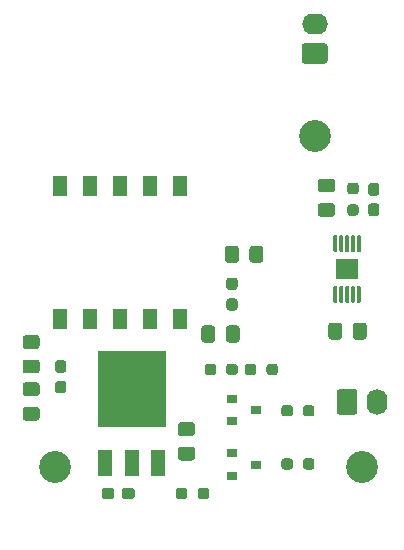
<source format=gbr>
%TF.GenerationSoftware,KiCad,Pcbnew,5.1.10-8.fc35*%
%TF.CreationDate,2021-11-18T10:19:23+00:00*%
%TF.ProjectId,cryosub_power_converter_top_v02,6372796f-7375-4625-9f70-6f7765725f63,rev?*%
%TF.SameCoordinates,Original*%
%TF.FileFunction,Soldermask,Top*%
%TF.FilePolarity,Negative*%
%FSLAX45Y45*%
G04 Gerber Fmt 4.5, Leading zero omitted, Abs format (unit mm)*
G04 Created by KiCad (PCBNEW 5.1.10-8.fc35) date 2021-11-18 10:19:23*
%MOMM*%
%LPD*%
G01*
G04 APERTURE LIST*
%ADD10O,1.740000X2.190000*%
%ADD11R,1.200000X1.800000*%
%ADD12O,2.190000X1.740000*%
%ADD13C,2.700000*%
%ADD14R,0.900000X0.800000*%
%ADD15R,1.200000X2.200000*%
%ADD16R,5.800000X6.400000*%
%ADD17R,1.880000X1.680000*%
G04 APERTURE END LIST*
D10*
%TO.C,J1*%
X13129000Y-13550000D03*
G36*
G01*
X12788000Y-13634500D02*
X12788000Y-13465500D01*
G75*
G02*
X12813000Y-13440500I25000J0D01*
G01*
X12937000Y-13440500D01*
G75*
G02*
X12962000Y-13465500I0J-25000D01*
G01*
X12962000Y-13634500D01*
G75*
G02*
X12937000Y-13659500I-25000J0D01*
G01*
X12813000Y-13659500D01*
G75*
G02*
X12788000Y-13634500I0J25000D01*
G01*
G37*
%TD*%
%TO.C,L2*%
G36*
G01*
X11876250Y-12672500D02*
X11923750Y-12672500D01*
G75*
G02*
X11947500Y-12696250I0J-23750D01*
G01*
X11947500Y-12753750D01*
G75*
G02*
X11923750Y-12777500I-23750J0D01*
G01*
X11876250Y-12777500D01*
G75*
G02*
X11852500Y-12753750I0J23750D01*
G01*
X11852500Y-12696250D01*
G75*
G02*
X11876250Y-12672500I23750J0D01*
G01*
G37*
G36*
G01*
X11876250Y-12497500D02*
X11923750Y-12497500D01*
G75*
G02*
X11947500Y-12521250I0J-23750D01*
G01*
X11947500Y-12578750D01*
G75*
G02*
X11923750Y-12602500I-23750J0D01*
G01*
X11876250Y-12602500D01*
G75*
G02*
X11852500Y-12578750I0J23750D01*
G01*
X11852500Y-12521250D01*
G75*
G02*
X11876250Y-12497500I23750J0D01*
G01*
G37*
%TD*%
%TO.C,L1*%
G36*
G01*
X10426250Y-13372500D02*
X10473750Y-13372500D01*
G75*
G02*
X10497500Y-13396250I0J-23750D01*
G01*
X10497500Y-13453750D01*
G75*
G02*
X10473750Y-13477500I-23750J0D01*
G01*
X10426250Y-13477500D01*
G75*
G02*
X10402500Y-13453750I0J23750D01*
G01*
X10402500Y-13396250D01*
G75*
G02*
X10426250Y-13372500I23750J0D01*
G01*
G37*
G36*
G01*
X10426250Y-13197500D02*
X10473750Y-13197500D01*
G75*
G02*
X10497500Y-13221250I0J-23750D01*
G01*
X10497500Y-13278750D01*
G75*
G02*
X10473750Y-13302500I-23750J0D01*
G01*
X10426250Y-13302500D01*
G75*
G02*
X10402500Y-13278750I0J23750D01*
G01*
X10402500Y-13221250D01*
G75*
G02*
X10426250Y-13197500I23750J0D01*
G01*
G37*
%TD*%
%TO.C,C9*%
G36*
G01*
X12048750Y-12347500D02*
X12048750Y-12252500D01*
G75*
G02*
X12073750Y-12227500I25000J0D01*
G01*
X12141250Y-12227500D01*
G75*
G02*
X12166250Y-12252500I0J-25000D01*
G01*
X12166250Y-12347500D01*
G75*
G02*
X12141250Y-12372500I-25000J0D01*
G01*
X12073750Y-12372500D01*
G75*
G02*
X12048750Y-12347500I0J25000D01*
G01*
G37*
G36*
G01*
X11841250Y-12347500D02*
X11841250Y-12252500D01*
G75*
G02*
X11866250Y-12227500I25000J0D01*
G01*
X11933750Y-12227500D01*
G75*
G02*
X11958750Y-12252500I0J-25000D01*
G01*
X11958750Y-12347500D01*
G75*
G02*
X11933750Y-12372500I-25000J0D01*
G01*
X11866250Y-12372500D01*
G75*
G02*
X11841250Y-12347500I0J25000D01*
G01*
G37*
%TD*%
%TO.C,C8*%
G36*
G01*
X11848750Y-13022500D02*
X11848750Y-12927500D01*
G75*
G02*
X11873750Y-12902500I25000J0D01*
G01*
X11941250Y-12902500D01*
G75*
G02*
X11966250Y-12927500I0J-25000D01*
G01*
X11966250Y-13022500D01*
G75*
G02*
X11941250Y-13047500I-25000J0D01*
G01*
X11873750Y-13047500D01*
G75*
G02*
X11848750Y-13022500I0J25000D01*
G01*
G37*
G36*
G01*
X11641250Y-13022500D02*
X11641250Y-12927500D01*
G75*
G02*
X11666250Y-12902500I25000J0D01*
G01*
X11733750Y-12902500D01*
G75*
G02*
X11758750Y-12927500I0J-25000D01*
G01*
X11758750Y-13022500D01*
G75*
G02*
X11733750Y-13047500I-25000J0D01*
G01*
X11666250Y-13047500D01*
G75*
G02*
X11641250Y-13022500I0J25000D01*
G01*
G37*
%TD*%
%TO.C,C7*%
G36*
G01*
X10247500Y-13101250D02*
X10152500Y-13101250D01*
G75*
G02*
X10127500Y-13076250I0J25000D01*
G01*
X10127500Y-13008750D01*
G75*
G02*
X10152500Y-12983750I25000J0D01*
G01*
X10247500Y-12983750D01*
G75*
G02*
X10272500Y-13008750I0J-25000D01*
G01*
X10272500Y-13076250D01*
G75*
G02*
X10247500Y-13101250I-25000J0D01*
G01*
G37*
G36*
G01*
X10247500Y-13308750D02*
X10152500Y-13308750D01*
G75*
G02*
X10127500Y-13283750I0J25000D01*
G01*
X10127500Y-13216250D01*
G75*
G02*
X10152500Y-13191250I25000J0D01*
G01*
X10247500Y-13191250D01*
G75*
G02*
X10272500Y-13216250I0J-25000D01*
G01*
X10272500Y-13283750D01*
G75*
G02*
X10247500Y-13308750I-25000J0D01*
G01*
G37*
%TD*%
D11*
%TO.C,PS1*%
X10442000Y-11725000D03*
X10696000Y-11725000D03*
X10950000Y-11725000D03*
X11204000Y-11725000D03*
X11458000Y-11725000D03*
X11458000Y-12845000D03*
X11204000Y-12845000D03*
X10696000Y-12845000D03*
X10442000Y-12845000D03*
X10950000Y-12845000D03*
%TD*%
%TO.C,C6*%
G36*
G01*
X12923750Y-12997500D02*
X12923750Y-12902500D01*
G75*
G02*
X12948750Y-12877500I25000J0D01*
G01*
X13016250Y-12877500D01*
G75*
G02*
X13041250Y-12902500I0J-25000D01*
G01*
X13041250Y-12997500D01*
G75*
G02*
X13016250Y-13022500I-25000J0D01*
G01*
X12948750Y-13022500D01*
G75*
G02*
X12923750Y-12997500I0J25000D01*
G01*
G37*
G36*
G01*
X12716250Y-12997500D02*
X12716250Y-12902500D01*
G75*
G02*
X12741250Y-12877500I25000J0D01*
G01*
X12808750Y-12877500D01*
G75*
G02*
X12833750Y-12902500I0J-25000D01*
G01*
X12833750Y-12997500D01*
G75*
G02*
X12808750Y-13022500I-25000J0D01*
G01*
X12741250Y-13022500D01*
G75*
G02*
X12716250Y-12997500I0J25000D01*
G01*
G37*
%TD*%
%TO.C,R10*%
G36*
G01*
X12948750Y-11791250D02*
X12901250Y-11791250D01*
G75*
G02*
X12877500Y-11767500I0J23750D01*
G01*
X12877500Y-11717500D01*
G75*
G02*
X12901250Y-11693750I23750J0D01*
G01*
X12948750Y-11693750D01*
G75*
G02*
X12972500Y-11717500I0J-23750D01*
G01*
X12972500Y-11767500D01*
G75*
G02*
X12948750Y-11791250I-23750J0D01*
G01*
G37*
G36*
G01*
X12948750Y-11973750D02*
X12901250Y-11973750D01*
G75*
G02*
X12877500Y-11950000I0J23750D01*
G01*
X12877500Y-11900000D01*
G75*
G02*
X12901250Y-11876250I23750J0D01*
G01*
X12948750Y-11876250D01*
G75*
G02*
X12972500Y-11900000I0J-23750D01*
G01*
X12972500Y-11950000D01*
G75*
G02*
X12948750Y-11973750I-23750J0D01*
G01*
G37*
%TD*%
%TO.C,C5*%
G36*
G01*
X12747500Y-11776250D02*
X12652500Y-11776250D01*
G75*
G02*
X12627500Y-11751250I0J25000D01*
G01*
X12627500Y-11683750D01*
G75*
G02*
X12652500Y-11658750I25000J0D01*
G01*
X12747500Y-11658750D01*
G75*
G02*
X12772500Y-11683750I0J-25000D01*
G01*
X12772500Y-11751250D01*
G75*
G02*
X12747500Y-11776250I-25000J0D01*
G01*
G37*
G36*
G01*
X12747500Y-11983750D02*
X12652500Y-11983750D01*
G75*
G02*
X12627500Y-11958750I0J25000D01*
G01*
X12627500Y-11891250D01*
G75*
G02*
X12652500Y-11866250I25000J0D01*
G01*
X12747500Y-11866250D01*
G75*
G02*
X12772500Y-11891250I0J-25000D01*
G01*
X12772500Y-11958750D01*
G75*
G02*
X12747500Y-11983750I-25000J0D01*
G01*
G37*
%TD*%
%TO.C,C4*%
G36*
G01*
X13123750Y-11803750D02*
X13076250Y-11803750D01*
G75*
G02*
X13052500Y-11780000I0J23750D01*
G01*
X13052500Y-11720000D01*
G75*
G02*
X13076250Y-11696250I23750J0D01*
G01*
X13123750Y-11696250D01*
G75*
G02*
X13147500Y-11720000I0J-23750D01*
G01*
X13147500Y-11780000D01*
G75*
G02*
X13123750Y-11803750I-23750J0D01*
G01*
G37*
G36*
G01*
X13123750Y-11976250D02*
X13076250Y-11976250D01*
G75*
G02*
X13052500Y-11952500I0J23750D01*
G01*
X13052500Y-11892500D01*
G75*
G02*
X13076250Y-11868750I23750J0D01*
G01*
X13123750Y-11868750D01*
G75*
G02*
X13147500Y-11892500I0J-23750D01*
G01*
X13147500Y-11952500D01*
G75*
G02*
X13123750Y-11976250I-23750J0D01*
G01*
G37*
%TD*%
D12*
%TO.C,J3*%
X12600000Y-10346000D03*
G36*
G01*
X12684500Y-10687000D02*
X12515500Y-10687000D01*
G75*
G02*
X12490500Y-10662000I0J25000D01*
G01*
X12490500Y-10538000D01*
G75*
G02*
X12515500Y-10513000I25000J0D01*
G01*
X12684500Y-10513000D01*
G75*
G02*
X12709500Y-10538000I0J-25000D01*
G01*
X12709500Y-10662000D01*
G75*
G02*
X12684500Y-10687000I-25000J0D01*
G01*
G37*
%TD*%
%TO.C,C1*%
G36*
G01*
X11562500Y-13838750D02*
X11467500Y-13838750D01*
G75*
G02*
X11442500Y-13813750I0J25000D01*
G01*
X11442500Y-13746250D01*
G75*
G02*
X11467500Y-13721250I25000J0D01*
G01*
X11562500Y-13721250D01*
G75*
G02*
X11587500Y-13746250I0J-25000D01*
G01*
X11587500Y-13813750D01*
G75*
G02*
X11562500Y-13838750I-25000J0D01*
G01*
G37*
G36*
G01*
X11562500Y-14046250D02*
X11467500Y-14046250D01*
G75*
G02*
X11442500Y-14021250I0J25000D01*
G01*
X11442500Y-13953750D01*
G75*
G02*
X11467500Y-13928750I25000J0D01*
G01*
X11562500Y-13928750D01*
G75*
G02*
X11587500Y-13953750I0J-25000D01*
G01*
X11587500Y-14021250D01*
G75*
G02*
X11562500Y-14046250I-25000J0D01*
G01*
G37*
%TD*%
%TO.C,C2*%
G36*
G01*
X11076250Y-14301250D02*
X11076250Y-14348750D01*
G75*
G02*
X11052500Y-14372500I-23750J0D01*
G01*
X10992500Y-14372500D01*
G75*
G02*
X10968750Y-14348750I0J23750D01*
G01*
X10968750Y-14301250D01*
G75*
G02*
X10992500Y-14277500I23750J0D01*
G01*
X11052500Y-14277500D01*
G75*
G02*
X11076250Y-14301250I0J-23750D01*
G01*
G37*
G36*
G01*
X10903750Y-14301250D02*
X10903750Y-14348750D01*
G75*
G02*
X10880000Y-14372500I-23750J0D01*
G01*
X10820000Y-14372500D01*
G75*
G02*
X10796250Y-14348750I0J23750D01*
G01*
X10796250Y-14301250D01*
G75*
G02*
X10820000Y-14277500I23750J0D01*
G01*
X10880000Y-14277500D01*
G75*
G02*
X10903750Y-14301250I0J-23750D01*
G01*
G37*
%TD*%
%TO.C,C3*%
G36*
G01*
X10152500Y-13383750D02*
X10247500Y-13383750D01*
G75*
G02*
X10272500Y-13408750I0J-25000D01*
G01*
X10272500Y-13476250D01*
G75*
G02*
X10247500Y-13501250I-25000J0D01*
G01*
X10152500Y-13501250D01*
G75*
G02*
X10127500Y-13476250I0J25000D01*
G01*
X10127500Y-13408750D01*
G75*
G02*
X10152500Y-13383750I25000J0D01*
G01*
G37*
G36*
G01*
X10152500Y-13591250D02*
X10247500Y-13591250D01*
G75*
G02*
X10272500Y-13616250I0J-25000D01*
G01*
X10272500Y-13683750D01*
G75*
G02*
X10247500Y-13708750I-25000J0D01*
G01*
X10152500Y-13708750D01*
G75*
G02*
X10127500Y-13683750I0J25000D01*
G01*
X10127500Y-13616250D01*
G75*
G02*
X10152500Y-13591250I25000J0D01*
G01*
G37*
%TD*%
D13*
%TO.C,H1*%
X10400000Y-14100000D03*
%TD*%
%TO.C,H2*%
X12600000Y-11300000D03*
%TD*%
%TO.C,H3*%
X13000000Y-14100000D03*
%TD*%
D14*
%TO.C,Q1*%
X12100000Y-13620000D03*
X11900000Y-13715000D03*
X11900000Y-13525000D03*
%TD*%
%TO.C,Q2*%
X11900000Y-13985000D03*
X11900000Y-14175000D03*
X12100000Y-14080000D03*
%TD*%
D15*
%TO.C,Q3*%
X10822000Y-14070000D03*
X11050000Y-14070000D03*
X11278000Y-14070000D03*
D16*
X11050000Y-13440000D03*
%TD*%
%TO.C,R1*%
G36*
G01*
X11668750Y-13298750D02*
X11668750Y-13251250D01*
G75*
G02*
X11692500Y-13227500I23750J0D01*
G01*
X11742500Y-13227500D01*
G75*
G02*
X11766250Y-13251250I0J-23750D01*
G01*
X11766250Y-13298750D01*
G75*
G02*
X11742500Y-13322500I-23750J0D01*
G01*
X11692500Y-13322500D01*
G75*
G02*
X11668750Y-13298750I0J23750D01*
G01*
G37*
G36*
G01*
X11851250Y-13298750D02*
X11851250Y-13251250D01*
G75*
G02*
X11875000Y-13227500I23750J0D01*
G01*
X11925000Y-13227500D01*
G75*
G02*
X11948750Y-13251250I0J-23750D01*
G01*
X11948750Y-13298750D01*
G75*
G02*
X11925000Y-13322500I-23750J0D01*
G01*
X11875000Y-13322500D01*
G75*
G02*
X11851250Y-13298750I0J23750D01*
G01*
G37*
%TD*%
%TO.C,R2*%
G36*
G01*
X12192500Y-13298750D02*
X12192500Y-13251250D01*
G75*
G02*
X12216250Y-13227500I23750J0D01*
G01*
X12266250Y-13227500D01*
G75*
G02*
X12290000Y-13251250I0J-23750D01*
G01*
X12290000Y-13298750D01*
G75*
G02*
X12266250Y-13322500I-23750J0D01*
G01*
X12216250Y-13322500D01*
G75*
G02*
X12192500Y-13298750I0J23750D01*
G01*
G37*
G36*
G01*
X12010000Y-13298750D02*
X12010000Y-13251250D01*
G75*
G02*
X12033750Y-13227500I23750J0D01*
G01*
X12083750Y-13227500D01*
G75*
G02*
X12107500Y-13251250I0J-23750D01*
G01*
X12107500Y-13298750D01*
G75*
G02*
X12083750Y-13322500I-23750J0D01*
G01*
X12033750Y-13322500D01*
G75*
G02*
X12010000Y-13298750I0J23750D01*
G01*
G37*
%TD*%
%TO.C,R3*%
G36*
G01*
X12598750Y-13601250D02*
X12598750Y-13648750D01*
G75*
G02*
X12575000Y-13672500I-23750J0D01*
G01*
X12525000Y-13672500D01*
G75*
G02*
X12501250Y-13648750I0J23750D01*
G01*
X12501250Y-13601250D01*
G75*
G02*
X12525000Y-13577500I23750J0D01*
G01*
X12575000Y-13577500D01*
G75*
G02*
X12598750Y-13601250I0J-23750D01*
G01*
G37*
G36*
G01*
X12416250Y-13601250D02*
X12416250Y-13648750D01*
G75*
G02*
X12392500Y-13672500I-23750J0D01*
G01*
X12342500Y-13672500D01*
G75*
G02*
X12318750Y-13648750I0J23750D01*
G01*
X12318750Y-13601250D01*
G75*
G02*
X12342500Y-13577500I23750J0D01*
G01*
X12392500Y-13577500D01*
G75*
G02*
X12416250Y-13601250I0J-23750D01*
G01*
G37*
%TD*%
%TO.C,R7*%
G36*
G01*
X12598750Y-14051250D02*
X12598750Y-14098750D01*
G75*
G02*
X12575000Y-14122500I-23750J0D01*
G01*
X12525000Y-14122500D01*
G75*
G02*
X12501250Y-14098750I0J23750D01*
G01*
X12501250Y-14051250D01*
G75*
G02*
X12525000Y-14027500I23750J0D01*
G01*
X12575000Y-14027500D01*
G75*
G02*
X12598750Y-14051250I0J-23750D01*
G01*
G37*
G36*
G01*
X12416250Y-14051250D02*
X12416250Y-14098750D01*
G75*
G02*
X12392500Y-14122500I-23750J0D01*
G01*
X12342500Y-14122500D01*
G75*
G02*
X12318750Y-14098750I0J23750D01*
G01*
X12318750Y-14051250D01*
G75*
G02*
X12342500Y-14027500I23750J0D01*
G01*
X12392500Y-14027500D01*
G75*
G02*
X12416250Y-14051250I0J-23750D01*
G01*
G37*
%TD*%
%TO.C,R9*%
G36*
G01*
X11426250Y-14348750D02*
X11426250Y-14301250D01*
G75*
G02*
X11450000Y-14277500I23750J0D01*
G01*
X11500000Y-14277500D01*
G75*
G02*
X11523750Y-14301250I0J-23750D01*
G01*
X11523750Y-14348750D01*
G75*
G02*
X11500000Y-14372500I-23750J0D01*
G01*
X11450000Y-14372500D01*
G75*
G02*
X11426250Y-14348750I0J23750D01*
G01*
G37*
G36*
G01*
X11608750Y-14348750D02*
X11608750Y-14301250D01*
G75*
G02*
X11632500Y-14277500I23750J0D01*
G01*
X11682500Y-14277500D01*
G75*
G02*
X11706250Y-14301250I0J-23750D01*
G01*
X11706250Y-14348750D01*
G75*
G02*
X11682500Y-14372500I-23750J0D01*
G01*
X11632500Y-14372500D01*
G75*
G02*
X11608750Y-14348750I0J23750D01*
G01*
G37*
%TD*%
%TO.C,U1*%
G36*
G01*
X12782500Y-12712500D02*
X12767500Y-12712500D01*
G75*
G02*
X12760000Y-12705000I0J7500D01*
G01*
X12760000Y-12575000D01*
G75*
G02*
X12767500Y-12567500I7500J0D01*
G01*
X12782500Y-12567500D01*
G75*
G02*
X12790000Y-12575000I0J-7500D01*
G01*
X12790000Y-12705000D01*
G75*
G02*
X12782500Y-12712500I-7500J0D01*
G01*
G37*
G36*
G01*
X12832500Y-12712500D02*
X12817500Y-12712500D01*
G75*
G02*
X12810000Y-12705000I0J7500D01*
G01*
X12810000Y-12575000D01*
G75*
G02*
X12817500Y-12567500I7500J0D01*
G01*
X12832500Y-12567500D01*
G75*
G02*
X12840000Y-12575000I0J-7500D01*
G01*
X12840000Y-12705000D01*
G75*
G02*
X12832500Y-12712500I-7500J0D01*
G01*
G37*
G36*
G01*
X12882500Y-12712500D02*
X12867500Y-12712500D01*
G75*
G02*
X12860000Y-12705000I0J7500D01*
G01*
X12860000Y-12575000D01*
G75*
G02*
X12867500Y-12567500I7500J0D01*
G01*
X12882500Y-12567500D01*
G75*
G02*
X12890000Y-12575000I0J-7500D01*
G01*
X12890000Y-12705000D01*
G75*
G02*
X12882500Y-12712500I-7500J0D01*
G01*
G37*
G36*
G01*
X12932500Y-12712500D02*
X12917500Y-12712500D01*
G75*
G02*
X12910000Y-12705000I0J7500D01*
G01*
X12910000Y-12575000D01*
G75*
G02*
X12917500Y-12567500I7500J0D01*
G01*
X12932500Y-12567500D01*
G75*
G02*
X12940000Y-12575000I0J-7500D01*
G01*
X12940000Y-12705000D01*
G75*
G02*
X12932500Y-12712500I-7500J0D01*
G01*
G37*
G36*
G01*
X12982500Y-12712500D02*
X12967500Y-12712500D01*
G75*
G02*
X12960000Y-12705000I0J7500D01*
G01*
X12960000Y-12575000D01*
G75*
G02*
X12967500Y-12567500I7500J0D01*
G01*
X12982500Y-12567500D01*
G75*
G02*
X12990000Y-12575000I0J-7500D01*
G01*
X12990000Y-12705000D01*
G75*
G02*
X12982500Y-12712500I-7500J0D01*
G01*
G37*
G36*
G01*
X12982500Y-12282500D02*
X12967500Y-12282500D01*
G75*
G02*
X12960000Y-12275000I0J7500D01*
G01*
X12960000Y-12145000D01*
G75*
G02*
X12967500Y-12137500I7500J0D01*
G01*
X12982500Y-12137500D01*
G75*
G02*
X12990000Y-12145000I0J-7500D01*
G01*
X12990000Y-12275000D01*
G75*
G02*
X12982500Y-12282500I-7500J0D01*
G01*
G37*
G36*
G01*
X12932500Y-12282500D02*
X12917500Y-12282500D01*
G75*
G02*
X12910000Y-12275000I0J7500D01*
G01*
X12910000Y-12145000D01*
G75*
G02*
X12917500Y-12137500I7500J0D01*
G01*
X12932500Y-12137500D01*
G75*
G02*
X12940000Y-12145000I0J-7500D01*
G01*
X12940000Y-12275000D01*
G75*
G02*
X12932500Y-12282500I-7500J0D01*
G01*
G37*
G36*
G01*
X12882500Y-12282500D02*
X12867500Y-12282500D01*
G75*
G02*
X12860000Y-12275000I0J7500D01*
G01*
X12860000Y-12145000D01*
G75*
G02*
X12867500Y-12137500I7500J0D01*
G01*
X12882500Y-12137500D01*
G75*
G02*
X12890000Y-12145000I0J-7500D01*
G01*
X12890000Y-12275000D01*
G75*
G02*
X12882500Y-12282500I-7500J0D01*
G01*
G37*
G36*
G01*
X12832500Y-12282500D02*
X12817500Y-12282500D01*
G75*
G02*
X12810000Y-12275000I0J7500D01*
G01*
X12810000Y-12145000D01*
G75*
G02*
X12817500Y-12137500I7500J0D01*
G01*
X12832500Y-12137500D01*
G75*
G02*
X12840000Y-12145000I0J-7500D01*
G01*
X12840000Y-12275000D01*
G75*
G02*
X12832500Y-12282500I-7500J0D01*
G01*
G37*
G36*
G01*
X12782500Y-12282500D02*
X12767500Y-12282500D01*
G75*
G02*
X12760000Y-12275000I0J7500D01*
G01*
X12760000Y-12145000D01*
G75*
G02*
X12767500Y-12137500I7500J0D01*
G01*
X12782500Y-12137500D01*
G75*
G02*
X12790000Y-12145000I0J-7500D01*
G01*
X12790000Y-12275000D01*
G75*
G02*
X12782500Y-12282500I-7500J0D01*
G01*
G37*
D17*
X12875000Y-12425000D03*
%TD*%
M02*

</source>
